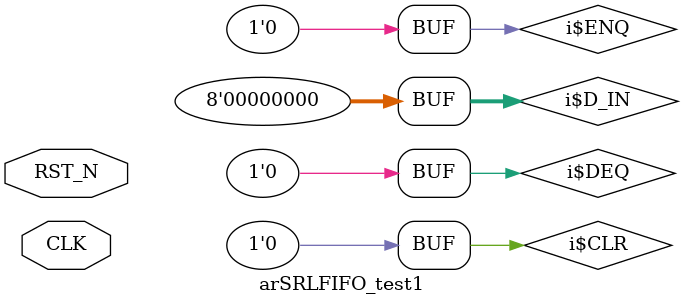
<source format=v>

`ifdef BSV_ASSIGNMENT_DELAY
`else
`define BSV_ASSIGNMENT_DELAY
`endif

module arSRLFIFO_test1(CLK,
		       RST_N);
  input  CLK;
  input  RST_N;

  // ports of submodule i
  wire [7 : 0] i$D_IN;
  wire i$CLR, i$DEQ, i$ENQ;

  // submodule i
  arSRLFIFO #(.width(32'd8), .l2depth(32'd5), .depth(32'd32)) i(.CLK(CLK),
								.RST_N(RST_N),
								.D_IN(i$D_IN),
								.DEQ(i$DEQ),
								.ENQ(i$ENQ),
								.CLR(i$CLR),
								.EMPTY_N(),
								.D_OUT(),
								.FULL_N());

  // submodule i
  assign i$DEQ = 1'b0 ;
  assign i$D_IN = 8'h0 ;
  assign i$ENQ = 1'b0 ;
  assign i$CLR = 1'b0 ;
endmodule  // arSRLFIFO_test1


</source>
